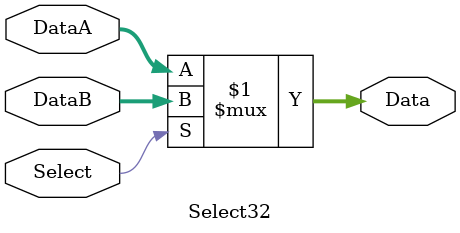
<source format=v>
`timescale 1ns / 1ps


module Select32(
    input Select,
    input [31:0] DataA, DataB,
    output [31:0] Data
    );
    assign Data = Select?DataB:DataA;
endmodule

</source>
